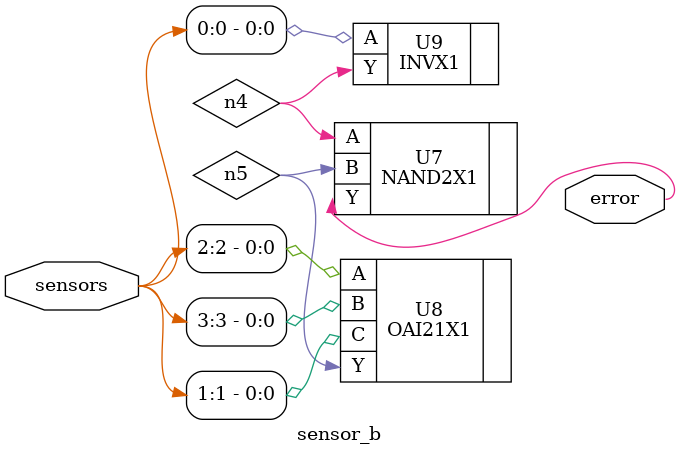
<source format=v>


module sensor_b ( sensors, error );
  input [3:0] sensors;
  output error;
  wire   n4, n5;

  NAND2X1 U7 ( .A(n4), .B(n5), .Y(error) );
  OAI21X1 U8 ( .A(sensors[2]), .B(sensors[3]), .C(sensors[1]), .Y(n5) );
  INVX1 U9 ( .A(sensors[0]), .Y(n4) );
endmodule


</source>
